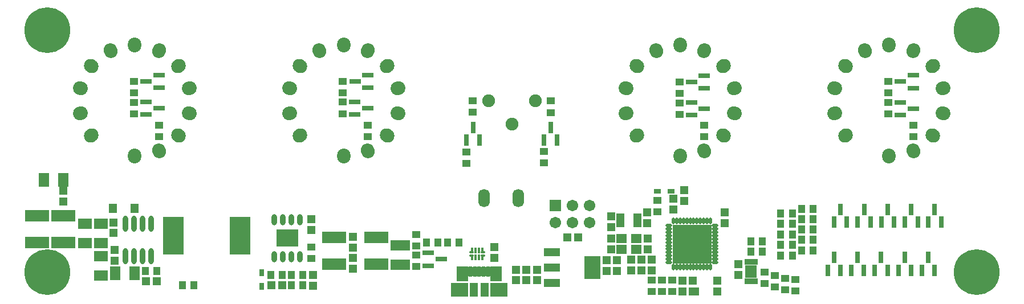
<source format=gts>
G04*
G04 #@! TF.GenerationSoftware,Altium Limited,Altium Designer,18.1.7 (191)*
G04*
G04 Layer_Color=8388736*
%FSAX25Y25*%
%MOIN*%
G70*
G01*
G75*
%ADD15R,0.14186X0.07099*%
%ADD16R,0.01600X0.04737*%
%ADD17R,0.12217X0.22060*%
%ADD18R,0.04737X0.04343*%
%ADD19R,0.03162X0.06706*%
%ADD20R,0.04343X0.04737*%
%ADD21R,0.03950X0.02769*%
%ADD22R,0.04737X0.04737*%
%ADD23R,0.06706X0.03162*%
%ADD24O,0.03950X0.01784*%
%ADD25O,0.01784X0.03950*%
%ADD26R,0.22847X0.22847*%
G04:AMPARAMS|DCode=27|XSize=15.87mil|YSize=35.56mil|CornerRadius=4.79mil|HoleSize=0mil|Usage=FLASHONLY|Rotation=180.000|XOffset=0mil|YOffset=0mil|HoleType=Round|Shape=RoundedRectangle|*
%AMROUNDEDRECTD27*
21,1,0.01587,0.02598,0,0,180.0*
21,1,0.00630,0.03556,0,0,180.0*
1,1,0.00957,-0.00315,0.01299*
1,1,0.00957,0.00315,0.01299*
1,1,0.00957,0.00315,-0.01299*
1,1,0.00957,-0.00315,-0.01299*
%
%ADD27ROUNDEDRECTD27*%
%ADD28R,0.04737X0.07887*%
%ADD29R,0.06312X0.05328*%
%ADD30R,0.04882X0.05669*%
%ADD31R,0.13005X0.10249*%
%ADD32O,0.03162X0.06509*%
%ADD33R,0.05918X0.07887*%
%ADD34R,0.02769X0.03950*%
%ADD35R,0.07887X0.05918*%
%ADD36O,0.03162X0.09461*%
%ADD37R,0.04737X0.04737*%
%ADD38R,0.11430X0.05918*%
%ADD39R,0.01981X0.03753*%
%ADD40R,0.06509X0.07690*%
%ADD41R,0.09461X0.04737*%
%ADD42R,0.09461X0.13792*%
G04:AMPARAMS|DCode=43|XSize=15.87mil|YSize=23.75mil|CornerRadius=4.79mil|HoleSize=0mil|Usage=FLASHONLY|Rotation=90.000|XOffset=0mil|YOffset=0mil|HoleType=Round|Shape=RoundedRectangle|*
%AMROUNDEDRECTD43*
21,1,0.01587,0.01417,0,0,90.0*
21,1,0.00630,0.02375,0,0,90.0*
1,1,0.00957,0.00709,0.00315*
1,1,0.00957,0.00709,-0.00315*
1,1,0.00957,-0.00709,-0.00315*
1,1,0.00957,-0.00709,0.00315*
%
%ADD43ROUNDEDRECTD43*%
G04:AMPARAMS|DCode=44|XSize=62.33mil|YSize=25.72mil|CornerRadius=5.77mil|HoleSize=0mil|Usage=FLASHONLY|Rotation=270.000|XOffset=0mil|YOffset=0mil|HoleType=Round|Shape=RoundedRectangle|*
%AMROUNDEDRECTD44*
21,1,0.06233,0.01417,0,0,270.0*
21,1,0.05079,0.02572,0,0,270.0*
1,1,0.01154,-0.00709,-0.02539*
1,1,0.01154,-0.00709,0.02539*
1,1,0.01154,0.00709,0.02539*
1,1,0.01154,0.00709,-0.02539*
%
%ADD44ROUNDEDRECTD44*%
%ADD45R,0.06706X0.09068*%
%ADD46R,0.10249X0.08280*%
%ADD47R,0.05131X0.08280*%
%ADD48O,0.06706X0.10642*%
%ADD49C,0.06706*%
%ADD50R,0.06706X0.06706*%
%ADD51O,0.07887X0.08674*%
G04:AMPARAMS|DCode=52|XSize=78.87mil|YSize=86.74mil|CornerRadius=0mil|HoleSize=0mil|Usage=FLASHONLY|Rotation=25.714|XOffset=0mil|YOffset=0mil|HoleType=Round|Shape=Round|*
%AMOVALD52*
21,1,0.00787,0.07887,0.00000,0.00000,115.7*
1,1,0.07887,0.00171,-0.00355*
1,1,0.07887,-0.00171,0.00355*
%
%ADD52OVALD52*%

G04:AMPARAMS|DCode=53|XSize=78.87mil|YSize=86.74mil|CornerRadius=0mil|HoleSize=0mil|Usage=FLASHONLY|Rotation=51.428|XOffset=0mil|YOffset=0mil|HoleType=Round|Shape=Round|*
%AMOVALD53*
21,1,0.00787,0.07887,0.00000,0.00000,141.4*
1,1,0.07887,0.00308,-0.00246*
1,1,0.07887,-0.00308,0.00246*
%
%ADD53OVALD53*%

G04:AMPARAMS|DCode=54|XSize=78.87mil|YSize=86.74mil|CornerRadius=0mil|HoleSize=0mil|Usage=FLASHONLY|Rotation=77.142|XOffset=0mil|YOffset=0mil|HoleType=Round|Shape=Round|*
%AMOVALD54*
21,1,0.00787,0.07887,0.00000,0.00000,167.1*
1,1,0.07887,0.00384,-0.00088*
1,1,0.07887,-0.00384,0.00088*
%
%ADD54OVALD54*%

G04:AMPARAMS|DCode=55|XSize=78.87mil|YSize=86.74mil|CornerRadius=0mil|HoleSize=0mil|Usage=FLASHONLY|Rotation=102.856|XOffset=0mil|YOffset=0mil|HoleType=Round|Shape=Round|*
%AMOVALD55*
21,1,0.00787,0.07887,0.00000,0.00000,192.9*
1,1,0.07887,0.00384,0.00088*
1,1,0.07887,-0.00384,-0.00088*
%
%ADD55OVALD55*%

G04:AMPARAMS|DCode=56|XSize=78.87mil|YSize=86.74mil|CornerRadius=0mil|HoleSize=0mil|Usage=FLASHONLY|Rotation=128.570|XOffset=0mil|YOffset=0mil|HoleType=Round|Shape=Round|*
%AMOVALD56*
21,1,0.00787,0.07887,0.00000,0.00000,218.6*
1,1,0.07887,0.00308,0.00246*
1,1,0.07887,-0.00308,-0.00246*
%
%ADD56OVALD56*%

G04:AMPARAMS|DCode=57|XSize=78.87mil|YSize=86.74mil|CornerRadius=0mil|HoleSize=0mil|Usage=FLASHONLY|Rotation=154.284|XOffset=0mil|YOffset=0mil|HoleType=Round|Shape=Round|*
%AMOVALD57*
21,1,0.00787,0.07887,0.00000,0.00000,244.3*
1,1,0.07887,0.00171,0.00355*
1,1,0.07887,-0.00171,-0.00355*
%
%ADD57OVALD57*%

%ADD58C,0.07493*%
%ADD59C,0.26772*%
%ADD60C,0.03950*%
D15*
X0183597Y0036276D02*
D03*
Y0020528D02*
D03*
X0208219Y0036276D02*
D03*
Y0020528D02*
D03*
X0009893Y0048779D02*
D03*
Y0033031D02*
D03*
X0025153Y0048779D02*
D03*
Y0033031D02*
D03*
D16*
X0396028Y0004508D02*
D03*
D17*
X0089512Y0037260D02*
D03*
X0128488D02*
D03*
D18*
X0310000Y0115984D02*
D03*
Y0109291D02*
D03*
X0264500Y0116138D02*
D03*
Y0109445D02*
D03*
X0507476Y0120659D02*
D03*
Y0127352D02*
D03*
X0188598Y0120762D02*
D03*
Y0127455D02*
D03*
X0385432Y0120363D02*
D03*
Y0127056D02*
D03*
Y0108128D02*
D03*
Y0114821D02*
D03*
X0507479Y0108372D02*
D03*
Y0115065D02*
D03*
X0188598Y0108608D02*
D03*
Y0115301D02*
D03*
X0521976Y0101801D02*
D03*
Y0095108D02*
D03*
X0203078Y0101801D02*
D03*
Y0095108D02*
D03*
X0399928Y0101801D02*
D03*
Y0095108D02*
D03*
X0066519Y0120791D02*
D03*
Y0127484D02*
D03*
X0066520Y0108398D02*
D03*
Y0115091D02*
D03*
X0081000Y0101831D02*
D03*
Y0095138D02*
D03*
X0306272Y0079642D02*
D03*
Y0086335D02*
D03*
X0260870Y0079445D02*
D03*
Y0086138D02*
D03*
X0453134Y0004647D02*
D03*
Y0011340D02*
D03*
X0447134Y0005409D02*
D03*
Y0012101D02*
D03*
X0441134Y0007190D02*
D03*
Y0013883D02*
D03*
X0435134Y0009060D02*
D03*
Y0015753D02*
D03*
X0170097Y0023831D02*
D03*
Y0030524D02*
D03*
X0231479Y0037902D02*
D03*
Y0031209D02*
D03*
Y0025902D02*
D03*
Y0019209D02*
D03*
X0372492Y0051063D02*
D03*
Y0057756D02*
D03*
X0381059Y0004310D02*
D03*
Y0011003D02*
D03*
X0375059Y0004310D02*
D03*
Y0011003D02*
D03*
X0369059Y0004310D02*
D03*
Y0011003D02*
D03*
D19*
X0306272Y0093121D02*
D03*
X0313752D02*
D03*
X0310012Y0100601D02*
D03*
X0260870Y0093003D02*
D03*
X0268350D02*
D03*
X0264610Y0100483D02*
D03*
X0527093Y0016904D02*
D03*
X0534573D02*
D03*
X0530833Y0024384D02*
D03*
X0513313Y0016905D02*
D03*
X0520793D02*
D03*
X0517053Y0024385D02*
D03*
X0499534Y0016905D02*
D03*
X0507014D02*
D03*
X0503274Y0024386D02*
D03*
X0485753Y0016905D02*
D03*
X0493234D02*
D03*
X0489494Y0024386D02*
D03*
X0471974Y0016905D02*
D03*
X0479455D02*
D03*
X0475715Y0024386D02*
D03*
X0530833Y0045041D02*
D03*
X0538313D02*
D03*
X0534573Y0052521D02*
D03*
X0517143Y0045041D02*
D03*
X0524623D02*
D03*
X0520883Y0052521D02*
D03*
X0503311Y0045041D02*
D03*
X0510791D02*
D03*
X0507051Y0052521D02*
D03*
X0475787Y0045079D02*
D03*
X0483268D02*
D03*
X0479528Y0052559D02*
D03*
X0489541Y0045079D02*
D03*
X0497021D02*
D03*
X0493281Y0052559D02*
D03*
D20*
X0456890Y0052952D02*
D03*
X0463583D02*
D03*
X0456890Y0046948D02*
D03*
X0463583D02*
D03*
X0456889Y0040871D02*
D03*
X0463582D02*
D03*
X0444584Y0050086D02*
D03*
X0451277D02*
D03*
X0444584Y0044023D02*
D03*
X0451276D02*
D03*
X0444583Y0025378D02*
D03*
X0451276D02*
D03*
X0456890Y0028571D02*
D03*
X0463583D02*
D03*
X0456889Y0034878D02*
D03*
X0463582D02*
D03*
X0444583Y0031784D02*
D03*
X0451276D02*
D03*
X0444583Y0037918D02*
D03*
X0451276D02*
D03*
X0101347Y0008000D02*
D03*
X0094653D02*
D03*
X0079837Y0016528D02*
D03*
X0073144D02*
D03*
X0165250Y0014177D02*
D03*
X0158557D02*
D03*
X0146557Y0014177D02*
D03*
X0153250D02*
D03*
X0165250Y0008165D02*
D03*
X0158557D02*
D03*
X0237372Y0033279D02*
D03*
X0244065D02*
D03*
X0433787Y0027795D02*
D03*
X0427095D02*
D03*
X0433787Y0033709D02*
D03*
X0427095D02*
D03*
X0249872Y0033279D02*
D03*
X0256565D02*
D03*
D21*
X0372563Y0063000D02*
D03*
X0380437D02*
D03*
D22*
X0381787Y0058786D02*
D03*
Y0052486D02*
D03*
X0387993Y0063661D02*
D03*
Y0057362D02*
D03*
X0411634Y0050650D02*
D03*
Y0044350D02*
D03*
X0407508Y0010740D02*
D03*
Y0004441D02*
D03*
X0345334Y0042063D02*
D03*
Y0048362D02*
D03*
X0366488Y0050819D02*
D03*
Y0044520D02*
D03*
X0366634Y0029110D02*
D03*
Y0035409D02*
D03*
X0345334Y0035504D02*
D03*
Y0029205D02*
D03*
X0025152Y0063406D02*
D03*
Y0057106D02*
D03*
X0054490Y0044957D02*
D03*
Y0038658D02*
D03*
X0055093Y0028677D02*
D03*
Y0022378D02*
D03*
X0194606Y0024024D02*
D03*
Y0017724D02*
D03*
Y0036524D02*
D03*
Y0030224D02*
D03*
X0170097Y0040528D02*
D03*
Y0046827D02*
D03*
X0171097Y0014177D02*
D03*
Y0007878D02*
D03*
X0387059Y0010807D02*
D03*
Y0004507D02*
D03*
X0393059Y0010807D02*
D03*
Y0004507D02*
D03*
X0357134Y0016850D02*
D03*
Y0023150D02*
D03*
X0363134Y0016850D02*
D03*
Y0023150D02*
D03*
X0369134Y0016850D02*
D03*
Y0023150D02*
D03*
X0348791Y0022862D02*
D03*
Y0016563D02*
D03*
X0342894Y0022862D02*
D03*
Y0016563D02*
D03*
X0419784Y0020453D02*
D03*
Y0014154D02*
D03*
X0302228Y0010980D02*
D03*
Y0017279D02*
D03*
X0295728Y0017279D02*
D03*
Y0010980D02*
D03*
X0289728Y0010980D02*
D03*
Y0017279D02*
D03*
X0277228Y0030569D02*
D03*
Y0024269D02*
D03*
D23*
X0521960Y0123612D02*
D03*
Y0131093D02*
D03*
X0514479Y0127352D02*
D03*
X0399912Y0123367D02*
D03*
Y0130847D02*
D03*
X0392432Y0127107D02*
D03*
X0203109Y0123765D02*
D03*
Y0131246D02*
D03*
X0195629Y0127506D02*
D03*
X0392432Y0115194D02*
D03*
Y0107714D02*
D03*
X0399912Y0111454D02*
D03*
X0514479Y0115218D02*
D03*
Y0107738D02*
D03*
X0521960Y0111478D02*
D03*
X0195598Y0115454D02*
D03*
Y0107974D02*
D03*
X0203078Y0111714D02*
D03*
X0080955Y0123744D02*
D03*
Y0131224D02*
D03*
X0073474Y0127484D02*
D03*
X0073520Y0115484D02*
D03*
Y0108004D02*
D03*
X0081000Y0111744D02*
D03*
X0238478Y0027083D02*
D03*
Y0019602D02*
D03*
X0245959Y0023343D02*
D03*
D24*
X0406000Y0035213D02*
D03*
Y0037181D02*
D03*
X0379228Y0043087D02*
D03*
Y0041118D02*
D03*
Y0039150D02*
D03*
Y0037181D02*
D03*
Y0035213D02*
D03*
Y0033244D02*
D03*
Y0031276D02*
D03*
Y0029307D02*
D03*
Y0027339D02*
D03*
Y0025370D02*
D03*
Y0023402D02*
D03*
Y0021433D02*
D03*
X0406000D02*
D03*
Y0023402D02*
D03*
Y0025370D02*
D03*
Y0027339D02*
D03*
Y0029307D02*
D03*
Y0031276D02*
D03*
Y0033244D02*
D03*
Y0039150D02*
D03*
Y0041118D02*
D03*
Y0043087D02*
D03*
D25*
X0381787Y0018874D02*
D03*
X0383756D02*
D03*
X0385724D02*
D03*
X0387693D02*
D03*
X0389661D02*
D03*
X0391630D02*
D03*
X0393598D02*
D03*
X0395567D02*
D03*
X0397535D02*
D03*
X0399504D02*
D03*
X0401472D02*
D03*
X0403441D02*
D03*
Y0045646D02*
D03*
X0401472D02*
D03*
X0399504D02*
D03*
X0397535D02*
D03*
X0395567D02*
D03*
X0393598D02*
D03*
X0391630D02*
D03*
X0389661D02*
D03*
X0387693D02*
D03*
X0385724D02*
D03*
X0383756D02*
D03*
X0381787D02*
D03*
D26*
X0392614Y0032260D02*
D03*
D27*
X0266004Y0028468D02*
D03*
X0267972D02*
D03*
X0269941Y0024335D02*
D03*
X0264035D02*
D03*
X0266004D02*
D03*
X0267972D02*
D03*
X0264035Y0028468D02*
D03*
X0269941D02*
D03*
D28*
X0350913Y0046212D02*
D03*
X0360755D02*
D03*
D29*
X0351503Y0029205D02*
D03*
X0360165D02*
D03*
Y0035504D02*
D03*
X0351503D02*
D03*
D30*
X0066799Y0053000D02*
D03*
X0054201D02*
D03*
D31*
X0156097Y0035677D02*
D03*
D32*
X0163597Y0046406D02*
D03*
X0158597D02*
D03*
X0153597D02*
D03*
X0148597D02*
D03*
X0163597Y0024949D02*
D03*
X0158597D02*
D03*
X0153597D02*
D03*
X0148597D02*
D03*
D33*
X0025199Y0069904D02*
D03*
X0013782D02*
D03*
X0066699Y0015028D02*
D03*
X0055282D02*
D03*
D34*
X0141097Y0015465D02*
D03*
Y0007591D02*
D03*
D35*
X0037762Y0044268D02*
D03*
Y0032850D02*
D03*
X0047022Y0025268D02*
D03*
Y0013850D02*
D03*
Y0044268D02*
D03*
Y0032850D02*
D03*
D36*
X0076490Y0043976D02*
D03*
X0071490D02*
D03*
X0066490D02*
D03*
X0061490D02*
D03*
X0076490Y0025079D02*
D03*
X0071490D02*
D03*
X0066490D02*
D03*
X0061490D02*
D03*
D37*
X0079640Y0010528D02*
D03*
X0073341D02*
D03*
X0146754Y0008177D02*
D03*
X0153053D02*
D03*
X0326028Y0036000D02*
D03*
X0319728D02*
D03*
D38*
X0222219Y0019992D02*
D03*
Y0031409D02*
D03*
D39*
X0424307Y0010500D02*
D03*
X0426276D02*
D03*
X0428244D02*
D03*
X0430213D02*
D03*
Y0021917D02*
D03*
X0428244D02*
D03*
X0426276D02*
D03*
X0424307D02*
D03*
D40*
X0427260Y0016209D02*
D03*
D41*
X0310878Y0027555D02*
D03*
Y0018500D02*
D03*
Y0009445D02*
D03*
D42*
X0334500Y0018500D02*
D03*
D43*
X0270335Y0025319D02*
D03*
X0263642D02*
D03*
X0270335Y0027484D02*
D03*
X0263642D02*
D03*
D44*
X0268228Y0016142D02*
D03*
X0265669D02*
D03*
X0263110D02*
D03*
X0270787D02*
D03*
X0273346D02*
D03*
D45*
X0258386Y0014961D02*
D03*
X0278071D02*
D03*
D46*
X0256811Y0005512D02*
D03*
X0279646D02*
D03*
D47*
X0265079D02*
D03*
X0271378D02*
D03*
D48*
X0291028Y0059055D02*
D03*
X0271028D02*
D03*
D49*
X0312874Y0044895D02*
D03*
X0332874Y0044893D02*
D03*
X0322873Y0044894D02*
D03*
X0332874Y0054893D02*
D03*
X0322874Y0054894D02*
D03*
D50*
X0312874Y0054895D02*
D03*
D51*
X0066929Y0083642D02*
D03*
X0066930Y0148642D02*
D03*
X0188976Y0083642D02*
D03*
X0188978Y0148642D02*
D03*
X0385827Y0083642D02*
D03*
X0385828Y0148642D02*
D03*
X0507874Y0083642D02*
D03*
X0507875Y0148642D02*
D03*
D52*
X0081030Y0086860D02*
D03*
X0052829Y0145424D02*
D03*
X0203078Y0086860D02*
D03*
X0174876Y0145424D02*
D03*
X0399928Y0086860D02*
D03*
X0371727Y0145424D02*
D03*
X0521975Y0086861D02*
D03*
X0493774Y0145424D02*
D03*
D53*
X0092339Y0095878D02*
D03*
X0041521Y0136406D02*
D03*
X0214386Y0095878D02*
D03*
X0163568Y0136406D02*
D03*
X0411236Y0095878D02*
D03*
X0360418Y0136406D02*
D03*
X0533283Y0095878D02*
D03*
X0482465Y0136407D02*
D03*
D54*
X0098614Y0108909D02*
D03*
X0035244Y0123375D02*
D03*
X0220661Y0108909D02*
D03*
X0157292Y0123375D02*
D03*
X0417512Y0108909D02*
D03*
X0354142Y0123375D02*
D03*
X0539559Y0108910D02*
D03*
X0476189Y0123375D02*
D03*
D55*
X0098614Y0123373D02*
D03*
X0035244Y0108912D02*
D03*
X0220662Y0123373D02*
D03*
X0157291Y0108912D02*
D03*
X0417512Y0123373D02*
D03*
X0354141Y0108912D02*
D03*
X0539559Y0123373D02*
D03*
X0476189Y0108912D02*
D03*
D56*
X0092339Y0136405D02*
D03*
X0041518Y0095880D02*
D03*
X0214386Y0136405D02*
D03*
X0163566Y0095880D02*
D03*
X0411237Y0136405D02*
D03*
X0360416Y0095880D02*
D03*
X0533284Y0136405D02*
D03*
X0482463Y0095880D02*
D03*
D57*
X0081031Y0145423D02*
D03*
X0203079D02*
D03*
X0399929D02*
D03*
X0521976Y0145423D02*
D03*
D58*
X0301181Y0116142D02*
D03*
X0287402Y0102362D02*
D03*
X0273622Y0116142D02*
D03*
D59*
X0015748Y0157480D02*
D03*
Y0015748D02*
D03*
X0559055D02*
D03*
Y0157480D02*
D03*
D60*
X0401276Y0036591D02*
D03*
X0396945Y0027929D02*
D03*
Y0023598D02*
D03*
X0383953Y0040921D02*
D03*
X0401276D02*
D03*
X0392614D02*
D03*
X0396945D02*
D03*
X0388283D02*
D03*
X0383953Y0036591D02*
D03*
X0388283D02*
D03*
X0392614D02*
D03*
X0396945D02*
D03*
X0383953Y0032260D02*
D03*
X0388283D02*
D03*
X0392614D02*
D03*
X0396945D02*
D03*
X0401276D02*
D03*
X0383953Y0027929D02*
D03*
X0388283D02*
D03*
X0392614D02*
D03*
X0401276D02*
D03*
X0383953Y0023598D02*
D03*
X0388283D02*
D03*
X0392614D02*
D03*
X0427260Y0014634D02*
D03*
Y0017784D02*
D03*
M02*

</source>
